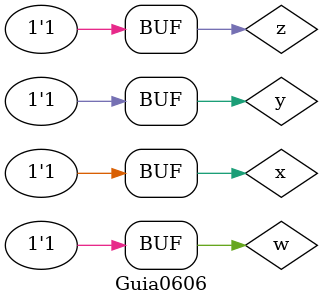
<source format=v>
module f5b ( output s,         
	input a,
	input b,
	input c, 
	input d);
	assign s = ~((a)&(b|c|d));
endmodule // end module

//dados
module Guia0606;
	reg x;
	reg y;
	reg z;
	reg w;
	wire b;

f5b moduloB ( b, x, y, z, w);   
 
//main
initial
begin : main
	// teste do modulo
	$monitor("%4b %4b %4b %4b %4b", x, y, z, w, b);
	   x=0; y=0; z=0; w=0;
	#1 x=0; y=0; z=0; w=1;
	#1 x=0; y=0; z=1; w=0;
	#1 x=0; y=0; z=1; w=1;
	#1 x=0; y=1; z=0; w=0;
	#1 x=0; y=1; z=0; w=1;
	#1 x=0; y=1; z=1; w=0;
	#1 x=0; y=1; z=1; w=1;
	#1 x=1; y=0; z=0; w=0;
	#1 x=1; y=0; z=0; w=1;
	#1 x=1; y=0; z=1; w=0;
	#1 x=1; y=0; z=1; w=1;
	#1 x=1; y=1; z=0; w=0;
	#1 x=1; y=1; z=0; w=1;
	#1 x=1; y=1; z=1; w=0;
	#1 x=1; y=1; z=1; w=1;
end
endmodule 

</source>
